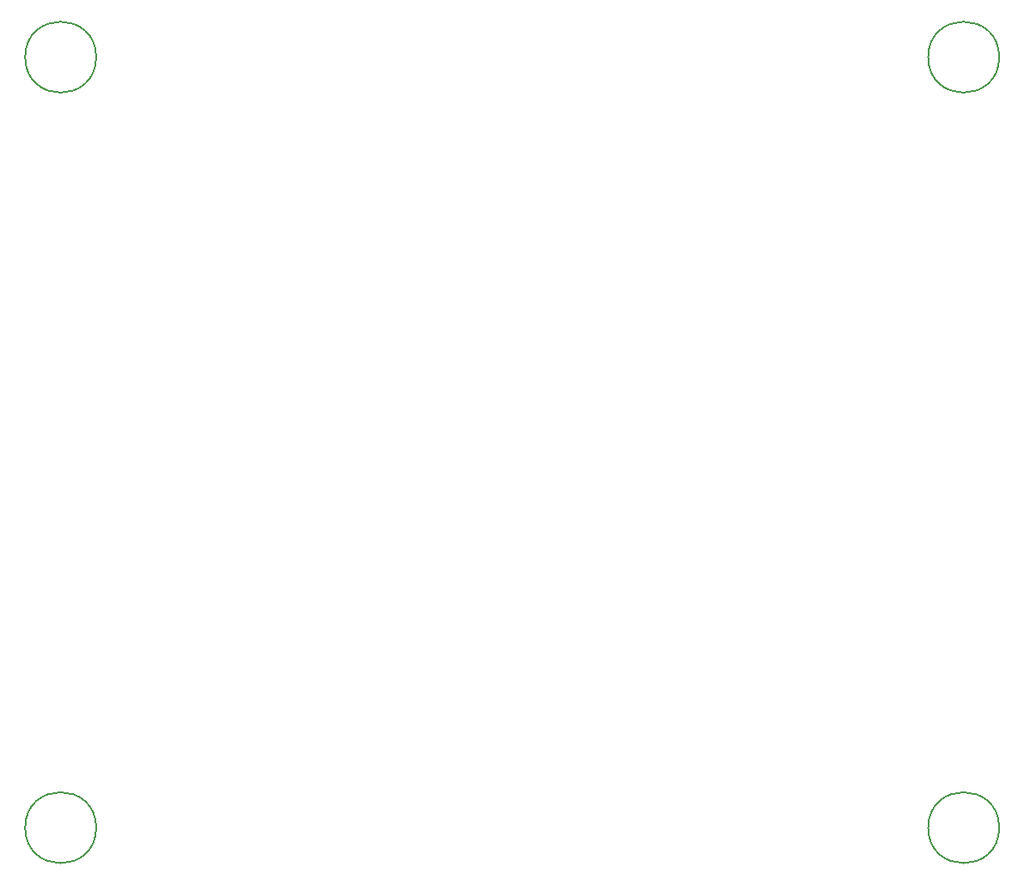
<source format=gbr>
%TF.GenerationSoftware,KiCad,Pcbnew,(6.0.5)*%
%TF.CreationDate,2022-06-19T03:32:14-05:00*%
%TF.ProjectId,BBB_16_Expansion,4242425f-3136-45f4-9578-70616e73696f,v1*%
%TF.SameCoordinates,Original*%
%TF.FileFunction,Other,Comment*%
%FSLAX46Y46*%
G04 Gerber Fmt 4.6, Leading zero omitted, Abs format (unit mm)*
G04 Created by KiCad (PCBNEW (6.0.5)) date 2022-06-19 03:32:14*
%MOMM*%
%LPD*%
G01*
G04 APERTURE LIST*
%ADD10C,0.150000*%
G04 APERTURE END LIST*
D10*
%TO.C,H3*%
X236916000Y-60234000D02*
G75*
G03*
X236916000Y-60234000I-3500000J0D01*
G01*
%TO.C,H1*%
X147916000Y-136234000D02*
G75*
G03*
X147916000Y-136234000I-3500000J0D01*
G01*
%TO.C,H2*%
X236916000Y-136234000D02*
G75*
G03*
X236916000Y-136234000I-3500000J0D01*
G01*
%TO.C,H4*%
X147916000Y-60234000D02*
G75*
G03*
X147916000Y-60234000I-3500000J0D01*
G01*
%TD*%
M02*

</source>
